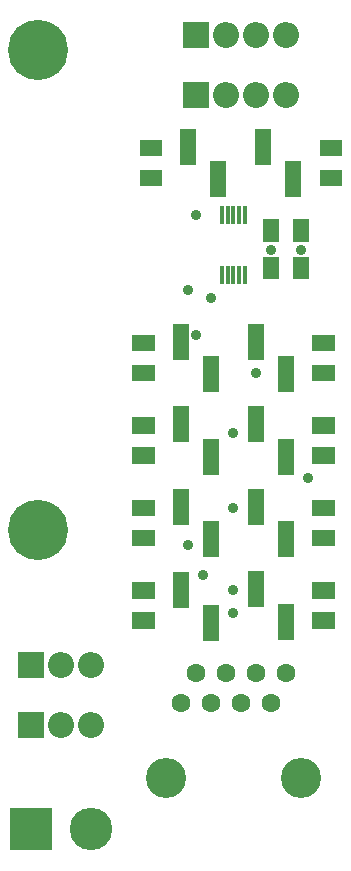
<source format=gts>
G04 #@! TF.GenerationSoftware,KiCad,Pcbnew,(5.1.6)-1*
G04 #@! TF.CreationDate,2023-01-22T16:57:25+01:00*
G04 #@! TF.ProjectId,testing-board,74657374-696e-4672-9d62-6f6172642e6b,rev?*
G04 #@! TF.SameCoordinates,Original*
G04 #@! TF.FileFunction,Soldermask,Top*
G04 #@! TF.FilePolarity,Negative*
%FSLAX46Y46*%
G04 Gerber Fmt 4.6, Leading zero omitted, Abs format (unit mm)*
G04 Created by KiCad (PCBNEW (5.1.6)-1) date 2023-01-22 16:57:25*
%MOMM*%
%LPD*%
G01*
G04 APERTURE LIST*
%ADD10C,5.100000*%
%ADD11C,0.900000*%
%ADD12R,0.450000X1.600000*%
%ADD13C,0.100000*%
%ADD14R,1.350000X3.100000*%
%ADD15O,2.200000X2.200000*%
%ADD16R,2.200000X2.200000*%
%ADD17R,3.600000X3.600000*%
%ADD18C,3.600000*%
%ADD19C,1.600000*%
%ADD20C,3.400000*%
G04 APERTURE END LIST*
D10*
X118745000Y-106045000D03*
X118745000Y-65405000D03*
D11*
X132080000Y-89535000D03*
X132080000Y-79375000D03*
X140970000Y-82296000D03*
X138430000Y-82296000D03*
X131445000Y-85725000D03*
X133350000Y-86360000D03*
X131445000Y-107315000D03*
X135255000Y-97790000D03*
X141605000Y-101600000D03*
X137160000Y-92710000D03*
X132715000Y-109855000D03*
X135255000Y-113030000D03*
X135255000Y-104140000D03*
X135255000Y-111125000D03*
D12*
X136255000Y-84455000D03*
X135755000Y-84455000D03*
X135255000Y-84455000D03*
X134755000Y-84455000D03*
X134255000Y-84455000D03*
X134255000Y-79375000D03*
X134755000Y-79375000D03*
X135255000Y-79375000D03*
X136255000Y-79375000D03*
X135755000Y-79375000D03*
D13*
G36*
X141925000Y-98995000D02*
G01*
X143825000Y-98995000D01*
X143825000Y-100395000D01*
X141925000Y-100395000D01*
X141925000Y-98995000D01*
G37*
G36*
X141925000Y-96455000D02*
G01*
X143825000Y-96455000D01*
X143825000Y-97855000D01*
X141925000Y-97855000D01*
X141925000Y-96455000D01*
G37*
G36*
X141925000Y-92010000D02*
G01*
X143825000Y-92010000D01*
X143825000Y-93410000D01*
X141925000Y-93410000D01*
X141925000Y-92010000D01*
G37*
G36*
X141925000Y-89470000D02*
G01*
X143825000Y-89470000D01*
X143825000Y-90870000D01*
X141925000Y-90870000D01*
X141925000Y-89470000D01*
G37*
G36*
X126685000Y-98995000D02*
G01*
X128585000Y-98995000D01*
X128585000Y-100395000D01*
X126685000Y-100395000D01*
X126685000Y-98995000D01*
G37*
G36*
X126685000Y-96455000D02*
G01*
X128585000Y-96455000D01*
X128585000Y-97855000D01*
X126685000Y-97855000D01*
X126685000Y-96455000D01*
G37*
G36*
X126685000Y-92010000D02*
G01*
X128585000Y-92010000D01*
X128585000Y-93410000D01*
X126685000Y-93410000D01*
X126685000Y-92010000D01*
G37*
G36*
X126685000Y-89470000D02*
G01*
X128585000Y-89470000D01*
X128585000Y-90870000D01*
X126685000Y-90870000D01*
X126685000Y-89470000D01*
G37*
G36*
X141925000Y-112965000D02*
G01*
X143825000Y-112965000D01*
X143825000Y-114365000D01*
X141925000Y-114365000D01*
X141925000Y-112965000D01*
G37*
G36*
X141925000Y-110425000D02*
G01*
X143825000Y-110425000D01*
X143825000Y-111825000D01*
X141925000Y-111825000D01*
X141925000Y-110425000D01*
G37*
G36*
X141925000Y-105980000D02*
G01*
X143825000Y-105980000D01*
X143825000Y-107380000D01*
X141925000Y-107380000D01*
X141925000Y-105980000D01*
G37*
G36*
X141925000Y-103440000D02*
G01*
X143825000Y-103440000D01*
X143825000Y-104840000D01*
X141925000Y-104840000D01*
X141925000Y-103440000D01*
G37*
G36*
X126685000Y-112965000D02*
G01*
X128585000Y-112965000D01*
X128585000Y-114365000D01*
X126685000Y-114365000D01*
X126685000Y-112965000D01*
G37*
G36*
X126685000Y-110425000D02*
G01*
X128585000Y-110425000D01*
X128585000Y-111825000D01*
X126685000Y-111825000D01*
X126685000Y-110425000D01*
G37*
G36*
X126685000Y-105980000D02*
G01*
X128585000Y-105980000D01*
X128585000Y-107380000D01*
X126685000Y-107380000D01*
X126685000Y-105980000D01*
G37*
G36*
X126685000Y-103440000D02*
G01*
X128585000Y-103440000D01*
X128585000Y-104840000D01*
X126685000Y-104840000D01*
X126685000Y-103440000D01*
G37*
G36*
X144460000Y-74360000D02*
G01*
X142560000Y-74360000D01*
X142560000Y-72960000D01*
X144460000Y-72960000D01*
X144460000Y-74360000D01*
G37*
G36*
X144460000Y-76900000D02*
G01*
X142560000Y-76900000D01*
X142560000Y-75500000D01*
X144460000Y-75500000D01*
X144460000Y-76900000D01*
G37*
G36*
X129220000Y-74360000D02*
G01*
X127320000Y-74360000D01*
X127320000Y-72960000D01*
X129220000Y-72960000D01*
X129220000Y-74360000D01*
G37*
G36*
X129220000Y-76900000D02*
G01*
X127320000Y-76900000D01*
X127320000Y-75500000D01*
X129220000Y-75500000D01*
X129220000Y-76900000D01*
G37*
D14*
X139700000Y-92815000D03*
X137160000Y-90065000D03*
X130810000Y-90065000D03*
X133350000Y-92815000D03*
X139700000Y-99800000D03*
X137160000Y-97050000D03*
X130810000Y-97050000D03*
X133350000Y-99800000D03*
X139700000Y-106785000D03*
X137160000Y-104035000D03*
X130810000Y-104035000D03*
X133350000Y-106785000D03*
X139700000Y-113770000D03*
X137160000Y-111020000D03*
X130810000Y-111125000D03*
X133350000Y-113875000D03*
X140335000Y-76305000D03*
X137795000Y-73555000D03*
X131445000Y-73555000D03*
X133985000Y-76305000D03*
D15*
X134620000Y-69215000D03*
X139700000Y-69215000D03*
D16*
X132080000Y-69215000D03*
D15*
X137160000Y-69215000D03*
X139700000Y-64135000D03*
X137160000Y-64135000D03*
X134620000Y-64135000D03*
D16*
X132080000Y-64135000D03*
X118110000Y-122555000D03*
D15*
X123190000Y-122555000D03*
X120650000Y-122555000D03*
D16*
X118110000Y-117475000D03*
D15*
X123190000Y-117475000D03*
X120650000Y-117475000D03*
D17*
X118110000Y-131318000D03*
D18*
X123190000Y-131318000D03*
D19*
X133351000Y-120650000D03*
X139701000Y-118110000D03*
D20*
X129539000Y-127000000D03*
D19*
X138431000Y-120650000D03*
X132081000Y-118110000D03*
X135891000Y-120650000D03*
X134621000Y-118110000D03*
X137161000Y-118110000D03*
X130811000Y-120650000D03*
D20*
X140971000Y-127000000D03*
D13*
G36*
X140270000Y-84770000D02*
G01*
X140270000Y-82870000D01*
X141670000Y-82870000D01*
X141670000Y-84770000D01*
X140270000Y-84770000D01*
G37*
G36*
X137730000Y-84770000D02*
G01*
X137730000Y-82870000D01*
X139130000Y-82870000D01*
X139130000Y-84770000D01*
X137730000Y-84770000D01*
G37*
G36*
X140270000Y-81595000D02*
G01*
X140270000Y-79695000D01*
X141670000Y-79695000D01*
X141670000Y-81595000D01*
X140270000Y-81595000D01*
G37*
G36*
X137730000Y-81595000D02*
G01*
X137730000Y-79695000D01*
X139130000Y-79695000D01*
X139130000Y-81595000D01*
X137730000Y-81595000D01*
G37*
M02*

</source>
